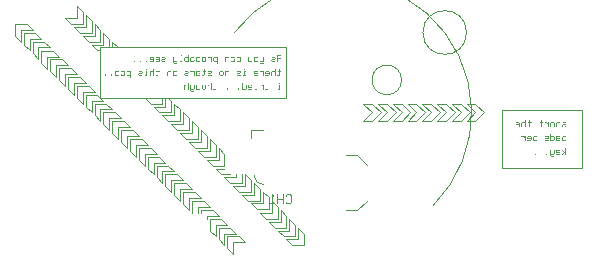
<source format=gbr>
%TF.GenerationSoftware,KiCad,Pcbnew,9.0.6*%
%TF.CreationDate,2026-01-11T15:28:45-08:00*%
%TF.ProjectId,pcb,7063622e-6b69-4636-9164-5f7063625858,rev?*%
%TF.SameCoordinates,Original*%
%TF.FileFunction,Legend,Bot*%
%TF.FilePolarity,Positive*%
%FSLAX46Y46*%
G04 Gerber Fmt 4.6, Leading zero omitted, Abs format (unit mm)*
G04 Created by KiCad (PCBNEW 9.0.6) date 2026-01-11 15:28:45*
%MOMM*%
%LPD*%
G01*
G04 APERTURE LIST*
%ADD10C,0.100000*%
%ADD11C,0.150000*%
%ADD12C,0.120000*%
G04 APERTURE END LIST*
D10*
X154750000Y-100000000D02*
X154000000Y-100750000D01*
X135750000Y-105750000D02*
X136750000Y-105750000D01*
X135250000Y-104250000D02*
X134750000Y-103750000D01*
X145000000Y-109250000D02*
X144000000Y-109250000D01*
X136750000Y-105750000D02*
X136250000Y-105250000D01*
X144250000Y-108500000D02*
X143250000Y-108500000D01*
X158500000Y-100000000D02*
X157750000Y-99250000D01*
X128500000Y-91750000D02*
X128500000Y-92750000D01*
X137500000Y-100750000D02*
X137500000Y-101750000D01*
X131500000Y-102500000D02*
X132000000Y-103000000D01*
X130000000Y-94250000D02*
X129000000Y-94250000D01*
X133000000Y-104000000D02*
X133500000Y-104500000D01*
X126250000Y-96250000D02*
X126250000Y-97250000D01*
X143250000Y-106500000D02*
X142750000Y-106000000D01*
X138500000Y-103750000D02*
X139500000Y-103750000D01*
X139750000Y-108750000D02*
X139250000Y-108250000D01*
X137000000Y-106000000D02*
X136000000Y-106000000D01*
X132000000Y-102000000D02*
X133000000Y-102000000D01*
X132500000Y-101500000D02*
X131500000Y-101500000D01*
X133500000Y-98750000D02*
X134000000Y-99250000D01*
X128250000Y-99250000D02*
X128250000Y-98250000D01*
X139000000Y-108000000D02*
X138500000Y-107500000D01*
X162250000Y-100000000D02*
X161500000Y-99250000D01*
X159500000Y-100750000D02*
X160250000Y-100000000D01*
X142000000Y-111000000D02*
X141500000Y-110500000D01*
X160750000Y-100750000D02*
X161500000Y-100000000D01*
X159750000Y-100000000D02*
X159000000Y-100750000D01*
X138250000Y-102500000D02*
X137250000Y-102500000D01*
X129500000Y-94750000D02*
X129750000Y-94750000D01*
X125500000Y-95500000D02*
X125500000Y-96500000D01*
X138750000Y-102000000D02*
X138250000Y-101500000D01*
X144000000Y-109250000D02*
X144500000Y-109750000D01*
X128250000Y-98250000D02*
X129250000Y-98250000D01*
X132750000Y-102750000D02*
X133750000Y-102750000D01*
X139750000Y-110750000D02*
X140250000Y-111250000D01*
X155250000Y-97250000D02*
G75*
G02*
X152750000Y-97250000I-1250000J0D01*
G01*
X152750000Y-97250000D02*
G75*
G02*
X155250000Y-97250000I1250000J0D01*
G01*
X126750000Y-97750000D02*
X126750000Y-96750000D01*
X155250000Y-100750000D02*
X154500000Y-100750000D01*
X127750000Y-98750000D02*
X128250000Y-99250000D01*
X144000000Y-107195000D02*
X143500000Y-106695000D01*
X127500000Y-98500000D02*
X127500000Y-97500000D01*
X132250000Y-103250000D02*
X132750000Y-103750000D01*
X135500000Y-104500000D02*
X134500000Y-104500000D01*
X137000000Y-102250000D02*
X138000000Y-102250000D01*
X130500000Y-94500000D02*
X130500000Y-93750000D01*
X138000000Y-108500000D02*
X138000000Y-108000000D01*
X141115168Y-93213265D02*
G75*
G02*
X157905695Y-107905695I8884832J-6786735D01*
G01*
X131750000Y-100750000D02*
X130750000Y-100750000D01*
X144750000Y-108000000D02*
X144250000Y-107500000D01*
X136000000Y-106000000D02*
X136000000Y-107000000D01*
X134250000Y-99500000D02*
X134750000Y-100000000D01*
X128750000Y-94000000D02*
X129750000Y-94000000D01*
X129000000Y-94250000D02*
X129500000Y-94750000D01*
X139000000Y-110000000D02*
X139500000Y-110500000D01*
X130000000Y-101000000D02*
X130500000Y-101500000D01*
X128250000Y-92500000D02*
X128250000Y-91500000D01*
X140500000Y-111500000D02*
X141000000Y-112000000D01*
X156000000Y-100000000D02*
X155250000Y-100750000D01*
X136000000Y-100250000D02*
X135000000Y-100250000D01*
X153250000Y-99250000D02*
X154000000Y-99250000D01*
X143500000Y-107695000D02*
X142500000Y-107695000D01*
X133750000Y-102750000D02*
X133250000Y-102250000D01*
X123250000Y-94250000D02*
X123750000Y-94750000D01*
X139000000Y-103250000D02*
X138000000Y-103250000D01*
X154000000Y-100750000D02*
X153250000Y-100750000D01*
X142750000Y-106000000D02*
X142750000Y-107000000D01*
X131000000Y-100000000D02*
X130000000Y-100000000D01*
X138250000Y-107250000D02*
X137750000Y-106750000D01*
X135000000Y-100250000D02*
X135500000Y-100750000D01*
X123000000Y-94000000D02*
X123000000Y-93000000D01*
X128500000Y-99500000D02*
X129000000Y-100000000D01*
X163750000Y-99775000D02*
X170500000Y-99775000D01*
X170500000Y-104725000D01*
X163750000Y-104725000D01*
X163750000Y-99775000D01*
X127250000Y-92500000D02*
X128250000Y-92500000D01*
X134750000Y-103750000D02*
X133750000Y-103750000D01*
X135250000Y-99500000D02*
X134250000Y-99500000D01*
X129750000Y-94500000D02*
X145500000Y-94500000D01*
X145500000Y-98750000D01*
X129750000Y-98750000D01*
X129750000Y-94500000D01*
X139750000Y-104000000D02*
X138750000Y-104000000D01*
X146000000Y-111250000D02*
X147000000Y-111250000D01*
X135250000Y-105250000D02*
X135250000Y-106250000D01*
X141250000Y-105250000D02*
X141250000Y-105500000D01*
X130750000Y-94000000D02*
X130750000Y-94500000D01*
X127750000Y-97750000D02*
X127750000Y-98750000D01*
X143000000Y-108195000D02*
X144000000Y-108195000D01*
X156500000Y-100750000D02*
X155750000Y-100750000D01*
X139000000Y-102250000D02*
X139000000Y-103250000D01*
X140250000Y-104500000D02*
X140250000Y-103500000D01*
X145500000Y-108750000D02*
X145000000Y-108250000D01*
X145750000Y-110000000D02*
X144750000Y-110000000D01*
X137250000Y-102500000D02*
X137750000Y-103000000D01*
X138750000Y-103000000D02*
X138750000Y-102000000D01*
X144500000Y-109750000D02*
X145500000Y-109750000D01*
X139500000Y-109500000D02*
X140500000Y-109500000D01*
X138000000Y-102250000D02*
X138000000Y-101250000D01*
X130500000Y-93750000D02*
X130000000Y-93250000D01*
X124250000Y-93250000D02*
X123250000Y-93250000D01*
X130000000Y-100000000D02*
X130000000Y-101000000D01*
X126250000Y-95305000D02*
X125750000Y-94805000D01*
X132000000Y-103000000D02*
X132000000Y-102000000D01*
X139500000Y-103750000D02*
X139500000Y-102750000D01*
X136750000Y-101000000D02*
X135750000Y-101000000D01*
X134250000Y-105250000D02*
X134250000Y-104250000D01*
X123500000Y-92500000D02*
X122500000Y-92500000D01*
X133750000Y-104750000D02*
X134250000Y-105250000D01*
X155750000Y-99250000D02*
X156500000Y-99250000D01*
X145500000Y-109750000D02*
X145500000Y-108750000D01*
X134500000Y-98750000D02*
X133500000Y-98750000D01*
X145500000Y-110750000D02*
X146000000Y-111250000D01*
X122500000Y-92500000D02*
X122500000Y-93500000D01*
X127750000Y-91000000D02*
X127750000Y-92000000D01*
X137250000Y-107250000D02*
X138250000Y-107250000D01*
X161000000Y-100000000D02*
X160250000Y-99250000D01*
X129250000Y-93500000D02*
X128250000Y-93500000D01*
X132250000Y-102250000D02*
X132250000Y-103250000D01*
X140500000Y-110500000D02*
X140500000Y-111500000D01*
X126000000Y-97000000D02*
X126000000Y-96000000D01*
X134000000Y-99250000D02*
X135000000Y-99250000D01*
X141750000Y-107000000D02*
X142250000Y-107500000D01*
X138000000Y-101250000D02*
X137500000Y-100750000D01*
X136500000Y-101750000D02*
X137000000Y-102250000D01*
X145000000Y-108250000D02*
X145000000Y-109250000D01*
X130750000Y-99750000D02*
X130250000Y-99250000D01*
X154500000Y-99250000D02*
X155250000Y-99250000D01*
X144250000Y-107500000D02*
X144250000Y-108500000D01*
X125500000Y-94500000D02*
X125000000Y-94000000D01*
X124500000Y-95500000D02*
X124500000Y-94500000D01*
X128000000Y-97000000D02*
X127000000Y-97000000D01*
X134500000Y-103500000D02*
X134000000Y-103000000D01*
X137500000Y-101750000D02*
X136500000Y-101750000D01*
X128250000Y-91500000D02*
X127750000Y-91000000D01*
X125250000Y-96305000D02*
X125250000Y-95305000D01*
X152000000Y-99250000D02*
X152750000Y-99250000D01*
X136250000Y-101500000D02*
X137250000Y-101500000D01*
X129000000Y-93250000D02*
X129000000Y-92250000D01*
X140250000Y-110250000D02*
X141250000Y-110250000D01*
X129250000Y-92500000D02*
X129250000Y-93500000D01*
X128500000Y-97500000D02*
X128000000Y-97000000D01*
X135250000Y-98750000D02*
X135250000Y-99500000D01*
X140000000Y-105250000D02*
X140750000Y-105250000D01*
X141000000Y-112000000D02*
X141000000Y-111000000D01*
X137250000Y-108250000D02*
X137250000Y-107250000D01*
X157000000Y-99250000D02*
X157750000Y-100000000D01*
X124750000Y-94805000D02*
X124750000Y-95805000D01*
X160750000Y-93233275D02*
G75*
G02*
X157050160Y-93233275I-1849920J0D01*
G01*
X157050160Y-93233275D02*
G75*
G02*
X160750000Y-93233275I1849920J0D01*
G01*
X128750000Y-97750000D02*
X127750000Y-97750000D01*
X140000000Y-109000000D02*
X139000000Y-109000000D01*
X130750000Y-100750000D02*
X130750000Y-101750000D01*
X124000000Y-94000000D02*
X124000000Y-95000000D01*
X123250000Y-93250000D02*
X123250000Y-94250000D01*
X142500000Y-105750000D02*
X142000000Y-105250000D01*
X140500000Y-109500000D02*
X140000000Y-109000000D01*
X128500000Y-98500000D02*
X128500000Y-99500000D01*
X135500000Y-100750000D02*
X136500000Y-100750000D01*
X131250000Y-94500000D02*
X130750000Y-94000000D01*
X123000000Y-93000000D02*
X124000000Y-93000000D01*
X155750000Y-100750000D02*
X156500000Y-100000000D01*
X144750000Y-110000000D02*
X145250000Y-110500000D01*
X159750000Y-100000000D02*
X159000000Y-99250000D01*
X140750000Y-109750000D02*
X139750000Y-109750000D01*
X146250000Y-110500000D02*
X146250000Y-109500000D01*
X152000000Y-99250000D02*
X152750000Y-100000000D01*
X138750000Y-109000000D02*
X138750000Y-108750000D01*
X137750000Y-106750000D02*
X136750000Y-106750000D01*
X142750000Y-107000000D02*
X141750000Y-107000000D01*
X158500000Y-100000000D02*
X157750000Y-100750000D01*
X141500000Y-110500000D02*
X140500000Y-110500000D01*
X124750000Y-93750000D02*
X124250000Y-93250000D01*
X136000000Y-105000000D02*
X135500000Y-104500000D01*
X153250000Y-100750000D02*
X154000000Y-100000000D01*
X142500000Y-106750000D02*
X142500000Y-105750000D01*
X139000000Y-109000000D02*
X139000000Y-110000000D01*
X129750000Y-100750000D02*
X129750000Y-99750000D01*
X138250000Y-101500000D02*
X138250000Y-102500000D01*
X123750000Y-94750000D02*
X123750000Y-93750000D01*
X134000000Y-103000000D02*
X133000000Y-103000000D01*
X140750000Y-106000000D02*
X141750000Y-106000000D01*
X138750000Y-108750000D02*
X139750000Y-108750000D01*
X134500000Y-104500000D02*
X134500000Y-105500000D01*
X141750000Y-106000000D02*
X141750000Y-105250000D01*
X136000000Y-107000000D02*
X136500000Y-107500000D01*
X135750000Y-106750000D02*
X135750000Y-105750000D01*
X154500000Y-99250000D02*
X155250000Y-100000000D01*
X153500000Y-100000000D02*
X152750000Y-99250000D01*
X136500000Y-106500000D02*
X137500000Y-106500000D01*
X153500000Y-100000000D02*
X152750000Y-100750000D01*
X133000000Y-103000000D02*
X133000000Y-104000000D01*
X138750000Y-104000000D02*
X139250000Y-104500000D01*
X124500000Y-94500000D02*
X125500000Y-94500000D01*
X161000000Y-100000000D02*
X160250000Y-100750000D01*
X129250000Y-98250000D02*
X128750000Y-97750000D01*
X152000000Y-100750000D02*
X152750000Y-100000000D01*
X128500000Y-92750000D02*
X127500000Y-92750000D01*
X134250000Y-104250000D02*
X135250000Y-104250000D01*
X152750000Y-100750000D02*
X152000000Y-100750000D01*
X137250000Y-101500000D02*
X137250000Y-100500000D01*
X124000000Y-93000000D02*
X123500000Y-92500000D01*
X142500000Y-107695000D02*
X143000000Y-108195000D01*
X140250000Y-105500000D02*
X140750000Y-106000000D01*
X132750000Y-103750000D02*
X132750000Y-102750000D01*
X133500000Y-103500000D02*
X134500000Y-103500000D01*
X137500000Y-107500000D02*
X137500000Y-108500000D01*
X137750000Y-103000000D02*
X138750000Y-103000000D01*
X157250000Y-100000000D02*
X156500000Y-99250000D01*
X126750000Y-96750000D02*
X127750000Y-96750000D01*
X129000000Y-100000000D02*
X129000000Y-99000000D01*
X159000000Y-100750000D02*
X158250000Y-100750000D01*
X129750000Y-93000000D02*
X129250000Y-92500000D01*
X146250000Y-109500000D02*
X145750000Y-109000000D01*
X127000000Y-98000000D02*
X127500000Y-98500000D01*
X139250000Y-108250000D02*
X138250000Y-108250000D01*
X136500000Y-107500000D02*
X136500000Y-106500000D01*
X147000000Y-110250000D02*
X146500000Y-109750000D01*
X146500000Y-109750000D02*
X146500000Y-110750000D01*
X129000000Y-99000000D02*
X130000000Y-99000000D01*
X139500000Y-102750000D02*
X139000000Y-102250000D01*
X155750000Y-99250000D02*
X156500000Y-100000000D01*
X157000000Y-99250000D02*
X157750000Y-99250000D01*
X125500000Y-96500000D02*
X126000000Y-97000000D01*
X130000000Y-93250000D02*
X130000000Y-94250000D01*
X135750000Y-101000000D02*
X136250000Y-101500000D01*
X125000000Y-94000000D02*
X124000000Y-94000000D01*
X131500000Y-100500000D02*
X131000000Y-100000000D01*
X147000000Y-111250000D02*
X147000000Y-110250000D01*
X153250000Y-99250000D02*
X154000000Y-100000000D01*
X157000000Y-100750000D02*
X157750000Y-100000000D01*
X127000000Y-96000000D02*
X126500000Y-95500000D01*
X145250000Y-110500000D02*
X146250000Y-110500000D01*
X154500000Y-100750000D02*
X155250000Y-100000000D01*
X141250000Y-105500000D02*
X140250000Y-105500000D01*
X124750000Y-95805000D02*
X125250000Y-96305000D01*
X129750000Y-94000000D02*
X129750000Y-93000000D01*
X135250000Y-106250000D02*
X135750000Y-106750000D01*
X143250000Y-108500000D02*
X143750000Y-109000000D01*
X129250000Y-99250000D02*
X129250000Y-100250000D01*
X126000000Y-96000000D02*
X127000000Y-96000000D01*
X136750000Y-107750000D02*
X137250000Y-108250000D01*
X123750000Y-93750000D02*
X124750000Y-93750000D01*
X160250000Y-100750000D02*
X159500000Y-100750000D01*
X139500000Y-110500000D02*
X139500000Y-109500000D01*
X142250000Y-107500000D02*
X143250000Y-107500000D01*
X128000000Y-93250000D02*
X129000000Y-93250000D01*
X156000000Y-100000000D02*
X155250000Y-99250000D01*
X135000000Y-105000000D02*
X136000000Y-105000000D01*
X136000000Y-99250000D02*
X136000000Y-100250000D01*
X141000000Y-106250000D02*
X141500000Y-106750000D01*
X124000000Y-95000000D02*
X124500000Y-95500000D01*
X129750000Y-99750000D02*
X130750000Y-99750000D01*
X136250000Y-105250000D02*
X135250000Y-105250000D01*
X139500000Y-104750000D02*
X140000000Y-105250000D01*
X161500000Y-100750000D02*
X160750000Y-100750000D01*
X159500000Y-99250000D02*
X160250000Y-100000000D01*
X125250000Y-95305000D02*
X126250000Y-95305000D01*
X139250000Y-104500000D02*
X140250000Y-104500000D01*
X136750000Y-106750000D02*
X136750000Y-107750000D01*
X127000000Y-97000000D02*
X127000000Y-98000000D01*
X130750000Y-101750000D02*
X131250000Y-102250000D01*
X126500000Y-95500000D02*
X125500000Y-95500000D01*
X136750000Y-100000000D02*
X136750000Y-101000000D01*
X157750000Y-100750000D02*
X157000000Y-100750000D01*
X128250000Y-93500000D02*
X128750000Y-94000000D01*
X159500000Y-99250000D02*
X160250000Y-99250000D01*
X137250000Y-100500000D02*
X136750000Y-100000000D01*
X143750000Y-109000000D02*
X144750000Y-109000000D01*
X135750000Y-100000000D02*
X135750000Y-99000000D01*
X133000000Y-102000000D02*
X132500000Y-101500000D01*
X126750000Y-92000000D02*
X127250000Y-92500000D01*
X133500000Y-104500000D02*
X133500000Y-103500000D01*
X162250000Y-100000000D02*
X161500000Y-100750000D01*
X130250000Y-99250000D02*
X129250000Y-99250000D01*
X133750000Y-103750000D02*
X133750000Y-104750000D01*
X144000000Y-108195000D02*
X144000000Y-107195000D01*
X135000000Y-99250000D02*
X135000000Y-98750000D01*
X125750000Y-94805000D02*
X124750000Y-94805000D01*
X134750000Y-100000000D02*
X135750000Y-100000000D01*
X131250000Y-101250000D02*
X132250000Y-101250000D01*
X130500000Y-101500000D02*
X130500000Y-100500000D01*
X143250000Y-107500000D02*
X143250000Y-106500000D01*
X141500000Y-106750000D02*
X142500000Y-106750000D01*
X129500000Y-98500000D02*
X128500000Y-98500000D01*
X146500000Y-110750000D02*
X145500000Y-110750000D01*
X144750000Y-109000000D02*
X144750000Y-108000000D01*
X139750000Y-103000000D02*
X139750000Y-104000000D01*
X154750000Y-100000000D02*
X154000000Y-99250000D01*
X127750000Y-96750000D02*
X127250000Y-96250000D01*
X145750000Y-109000000D02*
X145750000Y-110000000D01*
X140250000Y-103500000D02*
X139750000Y-103000000D01*
X135750000Y-99000000D02*
X135500000Y-98750000D01*
X160750000Y-99250000D02*
X161500000Y-99250000D01*
X135000000Y-106000000D02*
X135000000Y-105000000D01*
X158250000Y-99250000D02*
X159000000Y-99250000D01*
X141250000Y-110250000D02*
X140750000Y-109750000D01*
X129250000Y-100250000D02*
X129750000Y-100750000D01*
X158250000Y-99250000D02*
X159000000Y-100000000D01*
X137500000Y-108500000D02*
X137500000Y-108500000D01*
X129000000Y-92250000D02*
X128500000Y-91750000D01*
X133250000Y-102250000D02*
X132250000Y-102250000D01*
X138250000Y-108250000D02*
X138250000Y-108500000D01*
X142000000Y-105250000D02*
X142000000Y-106250000D01*
X140250000Y-111250000D02*
X140250000Y-110250000D01*
X131500000Y-101500000D02*
X131500000Y-102500000D01*
X139750000Y-109750000D02*
X139750000Y-110750000D01*
X122500000Y-93500000D02*
X123000000Y-94000000D01*
X127750000Y-92000000D02*
X126750000Y-92000000D01*
X126250000Y-97250000D02*
X126750000Y-97750000D01*
X142000000Y-106250000D02*
X141000000Y-106250000D01*
X130000000Y-99000000D02*
X129500000Y-98500000D01*
X160750000Y-99250000D02*
X161500000Y-100000000D01*
X158250000Y-100750000D02*
X159000000Y-100000000D01*
X130500000Y-100500000D02*
X131500000Y-100500000D01*
X138500000Y-107500000D02*
X137500000Y-107500000D01*
X132250000Y-101250000D02*
X131750000Y-100750000D01*
X127500000Y-92750000D02*
X128000000Y-93250000D01*
X136500000Y-100750000D02*
X136500000Y-99750000D01*
X143500000Y-106695000D02*
X143500000Y-107695000D01*
X136500000Y-99750000D02*
X136000000Y-99250000D01*
X131250000Y-102250000D02*
X131250000Y-101250000D01*
X138000000Y-103250000D02*
X138500000Y-103750000D01*
X141000000Y-111000000D02*
X142000000Y-111000000D01*
X134500000Y-105500000D02*
X135000000Y-106000000D01*
X138000000Y-108000000D02*
X139000000Y-108000000D01*
X127250000Y-96250000D02*
X126250000Y-96250000D01*
X157250000Y-100000000D02*
X156500000Y-100750000D01*
X127500000Y-97500000D02*
X128500000Y-97500000D01*
X137500000Y-106500000D02*
X137000000Y-106000000D01*
X140250000Y-104750000D02*
X139500000Y-104750000D01*
G36*
X169128098Y-100860465D02*
G01*
X169128098Y-100830374D01*
X168883440Y-100830374D01*
X168883440Y-100860465D01*
X168851810Y-100860465D01*
X168851810Y-100890556D01*
X168820523Y-100890556D01*
X168820523Y-100920646D01*
X168913531Y-100920646D01*
X168913531Y-100891111D01*
X169096810Y-100891111D01*
X169096810Y-100920646D01*
X169128098Y-100920646D01*
X169128098Y-100982025D01*
X169096810Y-100982025D01*
X169096810Y-101015834D01*
X168883440Y-101015834D01*
X168883440Y-101046480D01*
X168851810Y-101046480D01*
X168851810Y-101073836D01*
X168820523Y-101073836D01*
X168820523Y-101196934D01*
X168851810Y-101196934D01*
X168851810Y-101229760D01*
X168883440Y-101229760D01*
X168883440Y-101259851D01*
X169128098Y-101259851D01*
X169128098Y-101229760D01*
X169159727Y-101229760D01*
X169159727Y-101196934D01*
X169189818Y-101196934D01*
X169189818Y-101166843D01*
X169096810Y-101166843D01*
X169096810Y-101199114D01*
X168913531Y-101199114D01*
X168913531Y-101166843D01*
X168882243Y-101166843D01*
X168882243Y-101104525D01*
X168913531Y-101104525D01*
X168913531Y-101073836D01*
X169128098Y-101073836D01*
X169128098Y-101043745D01*
X169159727Y-101043745D01*
X169159727Y-101013654D01*
X169189818Y-101013654D01*
X169189818Y-100890556D01*
X169159727Y-100890556D01*
X169159727Y-100860465D01*
X169128098Y-100860465D01*
G37*
G36*
X168700160Y-101259851D02*
G01*
X168700160Y-100647094D01*
X168638440Y-100647094D01*
X168638440Y-100830374D01*
X168392841Y-100830374D01*
X168392841Y-100860721D01*
X168362922Y-100860721D01*
X168362922Y-100890556D01*
X168332062Y-100890556D01*
X168332062Y-101259851D01*
X168392841Y-101259851D01*
X168392841Y-100921971D01*
X168423317Y-100921971D01*
X168423317Y-100891111D01*
X168638440Y-100891111D01*
X168638440Y-101259851D01*
X168700160Y-101259851D01*
G37*
G36*
X168148782Y-100860465D02*
G01*
X168180411Y-100860465D01*
X168180411Y-100890556D01*
X168210502Y-100890556D01*
X168210502Y-101196934D01*
X168180411Y-101196934D01*
X168180411Y-101227025D01*
X168148782Y-101227025D01*
X168148782Y-101259851D01*
X167904124Y-101259851D01*
X167904124Y-101227025D01*
X167874033Y-101227025D01*
X167874033Y-101196934D01*
X167842404Y-101196934D01*
X167842404Y-100921843D01*
X167904124Y-100921843D01*
X167904124Y-101166544D01*
X167934471Y-101166544D01*
X167934471Y-101199114D01*
X168118435Y-101199114D01*
X168118435Y-101166544D01*
X168148782Y-101166544D01*
X168148782Y-100921843D01*
X168118435Y-100921843D01*
X168118435Y-100891111D01*
X167934471Y-100891111D01*
X167934471Y-100921843D01*
X167904124Y-100921843D01*
X167842404Y-100921843D01*
X167842404Y-100890556D01*
X167874033Y-100890556D01*
X167874033Y-100860465D01*
X167904124Y-100860465D01*
X167904124Y-100830374D01*
X168148782Y-100830374D01*
X168148782Y-100860465D01*
G37*
G36*
X167720844Y-101259851D02*
G01*
X167720844Y-100830374D01*
X167659124Y-100830374D01*
X167659124Y-100890556D01*
X167628435Y-100890556D01*
X167628435Y-100860465D01*
X167596805Y-100860465D01*
X167596805Y-100830374D01*
X167351549Y-100830374D01*
X167351549Y-100891111D01*
X167566372Y-100891111D01*
X167566372Y-100922484D01*
X167596805Y-100922484D01*
X167596805Y-100953473D01*
X167628435Y-100953473D01*
X167628435Y-100983563D01*
X167659124Y-100983563D01*
X167659124Y-101259851D01*
X167720844Y-101259851D01*
G37*
G36*
X167108087Y-100830374D02*
G01*
X167108087Y-100647094D01*
X167046367Y-100647094D01*
X167046367Y-100830374D01*
X166924808Y-100830374D01*
X166924808Y-100891111D01*
X167046367Y-100891111D01*
X167046367Y-101169066D01*
X167015293Y-101169066D01*
X167015293Y-101199114D01*
X166861891Y-101199114D01*
X166861891Y-101259851D01*
X167045170Y-101259851D01*
X167045170Y-101228991D01*
X167077227Y-101228991D01*
X167077227Y-101199669D01*
X167108087Y-101199669D01*
X167108087Y-100891111D01*
X167231186Y-100891111D01*
X167231186Y-100830374D01*
X167108087Y-100830374D01*
G37*
G36*
X166128771Y-100830374D02*
G01*
X166128771Y-100647094D01*
X166067051Y-100647094D01*
X166067051Y-100830374D01*
X165945491Y-100830374D01*
X165945491Y-100891111D01*
X166067051Y-100891111D01*
X166067051Y-101169066D01*
X166035977Y-101169066D01*
X166035977Y-101199114D01*
X165882575Y-101199114D01*
X165882575Y-101259851D01*
X166065854Y-101259851D01*
X166065854Y-101228991D01*
X166097911Y-101228991D01*
X166097911Y-101199669D01*
X166128771Y-101199669D01*
X166128771Y-100891111D01*
X166251870Y-100891111D01*
X166251870Y-100830374D01*
X166128771Y-100830374D01*
G37*
G36*
X165762212Y-101259851D02*
G01*
X165762212Y-100647094D01*
X165700491Y-100647094D01*
X165700491Y-100830374D01*
X165454893Y-100830374D01*
X165454893Y-100860721D01*
X165424973Y-100860721D01*
X165424973Y-100890556D01*
X165394113Y-100890556D01*
X165394113Y-101259851D01*
X165454893Y-101259851D01*
X165454893Y-100921971D01*
X165485368Y-100921971D01*
X165485368Y-100891111D01*
X165700491Y-100891111D01*
X165700491Y-101259851D01*
X165762212Y-101259851D01*
G37*
G36*
X165210833Y-100861021D02*
G01*
X165242463Y-100861021D01*
X165242463Y-100890556D01*
X165272554Y-100890556D01*
X165272554Y-101196934D01*
X165242463Y-101196934D01*
X165242463Y-101227580D01*
X165210833Y-101227580D01*
X165210833Y-101259851D01*
X164936085Y-101259851D01*
X164936085Y-101227580D01*
X164904455Y-101227580D01*
X164904455Y-101166843D01*
X164966175Y-101166843D01*
X164966175Y-101199114D01*
X165180486Y-101199114D01*
X165180486Y-101166843D01*
X165210833Y-101166843D01*
X165210833Y-101076571D01*
X164904455Y-101076571D01*
X164904455Y-100922356D01*
X164966175Y-100922356D01*
X164966175Y-101015834D01*
X165210833Y-101015834D01*
X165210833Y-100922356D01*
X165180486Y-100922356D01*
X165180486Y-100891111D01*
X164996523Y-100891111D01*
X164996523Y-100922356D01*
X164966175Y-100922356D01*
X164904455Y-100922356D01*
X164904455Y-100890556D01*
X164936085Y-100890556D01*
X164936085Y-100861021D01*
X164966175Y-100861021D01*
X164966175Y-100830374D01*
X165210833Y-100830374D01*
X165210833Y-100861021D01*
G37*
G36*
X169189818Y-102589040D02*
G01*
X169128098Y-102589040D01*
X169128098Y-102435851D01*
X168882500Y-102435851D01*
X168882500Y-102405760D01*
X168852580Y-102405760D01*
X168852580Y-102375114D01*
X168821720Y-102375114D01*
X168821720Y-102100536D01*
X168882500Y-102100536D01*
X168882500Y-102344809D01*
X168912975Y-102344809D01*
X168912975Y-102375114D01*
X169128098Y-102375114D01*
X169128098Y-102067111D01*
X168912975Y-102067111D01*
X168912975Y-102100536D01*
X168882500Y-102100536D01*
X168821720Y-102100536D01*
X168821720Y-102069291D01*
X168852580Y-102069291D01*
X168852580Y-102039200D01*
X168882500Y-102039200D01*
X168882500Y-102006374D01*
X169189818Y-102006374D01*
X169189818Y-102589040D01*
G37*
G36*
X168670069Y-102067111D02*
G01*
X168424129Y-102067111D01*
X168424129Y-102098570D01*
X168393782Y-102098570D01*
X168393782Y-102159563D01*
X168638440Y-102159563D01*
X168638440Y-102189654D01*
X168670069Y-102189654D01*
X168670069Y-102222480D01*
X168700160Y-102222480D01*
X168700160Y-102375114D01*
X168670069Y-102375114D01*
X168670069Y-102403025D01*
X168638440Y-102403025D01*
X168638440Y-102435851D01*
X168332062Y-102435851D01*
X168332062Y-102375114D01*
X168393782Y-102375114D01*
X168608093Y-102375114D01*
X168608093Y-102344767D01*
X168638440Y-102344767D01*
X168638440Y-102252785D01*
X168608093Y-102252785D01*
X168608093Y-102220300D01*
X168393782Y-102220300D01*
X168393782Y-102375114D01*
X168332062Y-102375114D01*
X168332062Y-102067111D01*
X168363392Y-102067111D01*
X168363392Y-102036721D01*
X168393782Y-102036721D01*
X168393782Y-102006374D01*
X168670069Y-102006374D01*
X168670069Y-102067111D01*
G37*
G36*
X167904124Y-102006374D02*
G01*
X168148782Y-102006374D01*
X168148782Y-102036465D01*
X168179172Y-102036465D01*
X168179172Y-102066556D01*
X168210502Y-102066556D01*
X168210502Y-102372934D01*
X168179172Y-102372934D01*
X168179172Y-102403025D01*
X168148782Y-102403025D01*
X168148782Y-102435851D01*
X167842404Y-102435851D01*
X167842404Y-102375114D01*
X167904124Y-102375114D01*
X168118435Y-102375114D01*
X168118435Y-102342544D01*
X168148782Y-102342544D01*
X168148782Y-102097843D01*
X168118435Y-102097843D01*
X168118435Y-102067111D01*
X167904124Y-102067111D01*
X167904124Y-102375114D01*
X167842404Y-102375114D01*
X167842404Y-101823094D01*
X167904124Y-101823094D01*
X167904124Y-102006374D01*
G37*
G36*
X167659124Y-102036465D02*
G01*
X167659124Y-102006374D01*
X167414466Y-102006374D01*
X167414466Y-102036465D01*
X167382836Y-102036465D01*
X167382836Y-102066556D01*
X167351549Y-102066556D01*
X167351549Y-102096646D01*
X167444556Y-102096646D01*
X167444556Y-102067111D01*
X167627836Y-102067111D01*
X167627836Y-102096646D01*
X167659124Y-102096646D01*
X167659124Y-102158025D01*
X167627836Y-102158025D01*
X167627836Y-102191834D01*
X167414466Y-102191834D01*
X167414466Y-102222480D01*
X167382836Y-102222480D01*
X167382836Y-102249836D01*
X167351549Y-102249836D01*
X167351549Y-102372934D01*
X167382836Y-102372934D01*
X167382836Y-102405760D01*
X167414466Y-102405760D01*
X167414466Y-102435851D01*
X167659124Y-102435851D01*
X167659124Y-102405760D01*
X167690753Y-102405760D01*
X167690753Y-102372934D01*
X167720844Y-102372934D01*
X167720844Y-102342843D01*
X167627836Y-102342843D01*
X167627836Y-102375114D01*
X167444556Y-102375114D01*
X167444556Y-102342843D01*
X167413269Y-102342843D01*
X167413269Y-102280525D01*
X167444556Y-102280525D01*
X167444556Y-102249836D01*
X167659124Y-102249836D01*
X167659124Y-102219745D01*
X167690753Y-102219745D01*
X167690753Y-102189654D01*
X167720844Y-102189654D01*
X167720844Y-102066556D01*
X167690753Y-102066556D01*
X167690753Y-102036465D01*
X167659124Y-102036465D01*
G37*
G36*
X166741528Y-102589040D02*
G01*
X166679808Y-102589040D01*
X166679808Y-102435851D01*
X166434209Y-102435851D01*
X166434209Y-102405760D01*
X166404289Y-102405760D01*
X166404289Y-102375114D01*
X166373429Y-102375114D01*
X166373429Y-102100536D01*
X166434209Y-102100536D01*
X166434209Y-102344809D01*
X166464685Y-102344809D01*
X166464685Y-102375114D01*
X166679808Y-102375114D01*
X166679808Y-102067111D01*
X166464685Y-102067111D01*
X166464685Y-102100536D01*
X166434209Y-102100536D01*
X166373429Y-102100536D01*
X166373429Y-102069291D01*
X166404289Y-102069291D01*
X166404289Y-102039200D01*
X166434209Y-102039200D01*
X166434209Y-102006374D01*
X166741528Y-102006374D01*
X166741528Y-102589040D01*
G37*
G36*
X166190150Y-102037021D02*
G01*
X166221779Y-102037021D01*
X166221779Y-102066556D01*
X166251870Y-102066556D01*
X166251870Y-102372934D01*
X166221779Y-102372934D01*
X166221779Y-102403580D01*
X166190150Y-102403580D01*
X166190150Y-102435851D01*
X165915401Y-102435851D01*
X165915401Y-102403580D01*
X165883771Y-102403580D01*
X165883771Y-102342843D01*
X165945491Y-102342843D01*
X165945491Y-102375114D01*
X166159802Y-102375114D01*
X166159802Y-102342843D01*
X166190150Y-102342843D01*
X166190150Y-102252571D01*
X165883771Y-102252571D01*
X165883771Y-102098356D01*
X165945491Y-102098356D01*
X165945491Y-102191834D01*
X166190150Y-102191834D01*
X166190150Y-102098356D01*
X166159802Y-102098356D01*
X166159802Y-102067111D01*
X165975839Y-102067111D01*
X165975839Y-102098356D01*
X165945491Y-102098356D01*
X165883771Y-102098356D01*
X165883771Y-102066556D01*
X165915401Y-102066556D01*
X165915401Y-102037021D01*
X165945491Y-102037021D01*
X165945491Y-102006374D01*
X166190150Y-102006374D01*
X166190150Y-102037021D01*
G37*
G36*
X165762212Y-102435851D02*
G01*
X165762212Y-102006374D01*
X165700491Y-102006374D01*
X165700491Y-102066556D01*
X165669802Y-102066556D01*
X165669802Y-102036465D01*
X165638173Y-102036465D01*
X165638173Y-102006374D01*
X165392916Y-102006374D01*
X165392916Y-102067111D01*
X165607740Y-102067111D01*
X165607740Y-102098484D01*
X165638173Y-102098484D01*
X165638173Y-102129473D01*
X165669802Y-102129473D01*
X165669802Y-102159563D01*
X165700491Y-102159563D01*
X165700491Y-102435851D01*
X165762212Y-102435851D01*
G37*
G36*
X169156992Y-103611851D02*
G01*
X169156992Y-102999094D01*
X169095272Y-102999094D01*
X169095272Y-103367834D01*
X169063984Y-103367834D01*
X169063984Y-103335563D01*
X169033893Y-103335563D01*
X169033893Y-103305473D01*
X169003803Y-103305473D01*
X169003803Y-103275382D01*
X168973712Y-103275382D01*
X168973712Y-103242556D01*
X168943621Y-103242556D01*
X168943621Y-103212465D01*
X168910795Y-103212465D01*
X168910795Y-103182374D01*
X168820523Y-103182374D01*
X168820523Y-103212465D01*
X168850614Y-103212465D01*
X168850614Y-103242556D01*
X168880704Y-103242556D01*
X168880704Y-103275382D01*
X168910795Y-103275382D01*
X168910795Y-103305473D01*
X168943621Y-103305473D01*
X168943621Y-103335563D01*
X168973712Y-103335563D01*
X168973712Y-103367834D01*
X169003803Y-103367834D01*
X169003803Y-103428571D01*
X168973712Y-103428571D01*
X168973712Y-103458662D01*
X168943621Y-103458662D01*
X168943621Y-103488752D01*
X168910795Y-103488752D01*
X168910795Y-103519313D01*
X168880704Y-103519313D01*
X168880704Y-103549703D01*
X168850614Y-103549703D01*
X168850614Y-103581760D01*
X168820523Y-103581760D01*
X168820523Y-103611851D01*
X168910795Y-103611851D01*
X168910795Y-103581760D01*
X168943621Y-103581760D01*
X168943621Y-103549703D01*
X168973712Y-103549703D01*
X168973712Y-103519313D01*
X169003803Y-103519313D01*
X169003803Y-103488752D01*
X169033893Y-103488752D01*
X169033893Y-103458662D01*
X169063984Y-103458662D01*
X169063984Y-103428571D01*
X169095272Y-103428571D01*
X169095272Y-103611851D01*
X169156992Y-103611851D01*
G37*
G36*
X168638440Y-103213021D02*
G01*
X168670069Y-103213021D01*
X168670069Y-103242556D01*
X168700160Y-103242556D01*
X168700160Y-103548934D01*
X168670069Y-103548934D01*
X168670069Y-103579580D01*
X168638440Y-103579580D01*
X168638440Y-103611851D01*
X168363691Y-103611851D01*
X168363691Y-103579580D01*
X168332062Y-103579580D01*
X168332062Y-103518843D01*
X168393782Y-103518843D01*
X168393782Y-103551114D01*
X168608093Y-103551114D01*
X168608093Y-103518843D01*
X168638440Y-103518843D01*
X168638440Y-103428571D01*
X168332062Y-103428571D01*
X168332062Y-103274356D01*
X168393782Y-103274356D01*
X168393782Y-103367834D01*
X168638440Y-103367834D01*
X168638440Y-103274356D01*
X168608093Y-103274356D01*
X168608093Y-103243111D01*
X168424129Y-103243111D01*
X168424129Y-103274356D01*
X168393782Y-103274356D01*
X168332062Y-103274356D01*
X168332062Y-103242556D01*
X168363691Y-103242556D01*
X168363691Y-103213021D01*
X168393782Y-103213021D01*
X168393782Y-103182374D01*
X168638440Y-103182374D01*
X168638440Y-103213021D01*
G37*
G36*
X168210502Y-103548934D02*
G01*
X168210502Y-103182374D01*
X168148782Y-103182374D01*
X168148782Y-103518587D01*
X168118435Y-103518587D01*
X168118435Y-103551114D01*
X167904124Y-103551114D01*
X167904124Y-103182374D01*
X167842404Y-103182374D01*
X167842404Y-103702123D01*
X167873734Y-103702123D01*
X167873734Y-103734180D01*
X167904124Y-103734180D01*
X167904124Y-103765040D01*
X168180411Y-103765040D01*
X168180411Y-103704303D01*
X167934471Y-103704303D01*
X167934471Y-103672032D01*
X167904124Y-103672032D01*
X167904124Y-103611851D01*
X168148782Y-103611851D01*
X168148782Y-103580991D01*
X168180411Y-103580991D01*
X168180411Y-103548934D01*
X168210502Y-103548934D01*
G37*
G36*
X167567655Y-103611851D02*
G01*
X167567655Y-103488752D01*
X167505935Y-103488752D01*
X167505935Y-103611851D01*
X167567655Y-103611851D01*
G37*
G36*
X167077997Y-103611851D02*
G01*
X167077997Y-103488752D01*
X167016277Y-103488752D01*
X167016277Y-103611851D01*
X167077997Y-103611851D01*
G37*
G36*
X166588339Y-103611851D02*
G01*
X166588339Y-103488752D01*
X166526618Y-103488752D01*
X166526618Y-103611851D01*
X166588339Y-103611851D01*
G37*
G36*
X145007898Y-95149454D02*
G01*
X145039527Y-95149454D01*
X145039527Y-95178776D01*
X145069618Y-95178776D01*
X145069618Y-95731351D01*
X145007898Y-95731351D01*
X145007898Y-95485710D01*
X144763240Y-95485710D01*
X144763240Y-95731351D01*
X144701520Y-95731351D01*
X144701520Y-95209337D01*
X144763240Y-95209337D01*
X144763240Y-95424973D01*
X145007898Y-95424973D01*
X145007898Y-95209337D01*
X144977551Y-95209337D01*
X144977551Y-95179331D01*
X144793587Y-95179331D01*
X144793587Y-95209337D01*
X144763240Y-95209337D01*
X144701520Y-95209337D01*
X144701520Y-95178776D01*
X144733149Y-95178776D01*
X144733149Y-95149454D01*
X144763240Y-95149454D01*
X144763240Y-95118594D01*
X145007898Y-95118594D01*
X145007898Y-95149454D01*
G37*
G36*
X144518240Y-95331965D02*
G01*
X144518240Y-95301874D01*
X144273582Y-95301874D01*
X144273582Y-95331965D01*
X144241952Y-95331965D01*
X144241952Y-95362056D01*
X144210665Y-95362056D01*
X144210665Y-95392146D01*
X144303672Y-95392146D01*
X144303672Y-95362611D01*
X144486952Y-95362611D01*
X144486952Y-95392146D01*
X144518240Y-95392146D01*
X144518240Y-95453525D01*
X144486952Y-95453525D01*
X144486952Y-95487334D01*
X144273582Y-95487334D01*
X144273582Y-95517980D01*
X144241952Y-95517980D01*
X144241952Y-95545336D01*
X144210665Y-95545336D01*
X144210665Y-95668434D01*
X144241952Y-95668434D01*
X144241952Y-95701260D01*
X144273582Y-95701260D01*
X144273582Y-95731351D01*
X144518240Y-95731351D01*
X144518240Y-95701260D01*
X144549869Y-95701260D01*
X144549869Y-95668434D01*
X144579960Y-95668434D01*
X144579960Y-95638343D01*
X144486952Y-95638343D01*
X144486952Y-95670614D01*
X144303672Y-95670614D01*
X144303672Y-95638343D01*
X144272385Y-95638343D01*
X144272385Y-95576025D01*
X144303672Y-95576025D01*
X144303672Y-95545336D01*
X144518240Y-95545336D01*
X144518240Y-95515245D01*
X144549869Y-95515245D01*
X144549869Y-95485154D01*
X144579960Y-95485154D01*
X144579960Y-95362056D01*
X144549869Y-95362056D01*
X144549869Y-95331965D01*
X144518240Y-95331965D01*
G37*
G36*
X143600644Y-95668434D02*
G01*
X143600644Y-95301874D01*
X143538924Y-95301874D01*
X143538924Y-95638087D01*
X143508577Y-95638087D01*
X143508577Y-95670614D01*
X143294266Y-95670614D01*
X143294266Y-95301874D01*
X143232545Y-95301874D01*
X143232545Y-95821623D01*
X143263876Y-95821623D01*
X143263876Y-95853680D01*
X143294266Y-95853680D01*
X143294266Y-95884540D01*
X143570553Y-95884540D01*
X143570553Y-95823803D01*
X143324613Y-95823803D01*
X143324613Y-95791532D01*
X143294266Y-95791532D01*
X143294266Y-95731351D01*
X143538924Y-95731351D01*
X143538924Y-95700491D01*
X143570553Y-95700491D01*
X143570553Y-95668434D01*
X143600644Y-95668434D01*
G37*
G36*
X143049266Y-95331965D02*
G01*
X143080895Y-95331965D01*
X143080895Y-95362056D01*
X143110986Y-95362056D01*
X143110986Y-95668434D01*
X143080895Y-95668434D01*
X143080895Y-95698525D01*
X143049266Y-95698525D01*
X143049266Y-95731351D01*
X142804608Y-95731351D01*
X142804608Y-95698525D01*
X142774517Y-95698525D01*
X142774517Y-95668434D01*
X142742887Y-95668434D01*
X142742887Y-95393343D01*
X142804608Y-95393343D01*
X142804608Y-95638044D01*
X142834955Y-95638044D01*
X142834955Y-95670614D01*
X143018918Y-95670614D01*
X143018918Y-95638044D01*
X143049266Y-95638044D01*
X143049266Y-95393343D01*
X143018918Y-95393343D01*
X143018918Y-95362611D01*
X142834955Y-95362611D01*
X142834955Y-95393343D01*
X142804608Y-95393343D01*
X142742887Y-95393343D01*
X142742887Y-95362056D01*
X142774517Y-95362056D01*
X142774517Y-95331965D01*
X142804608Y-95331965D01*
X142804608Y-95301874D01*
X143049266Y-95301874D01*
X143049266Y-95331965D01*
G37*
G36*
X142621328Y-95668434D02*
G01*
X142621328Y-95301874D01*
X142559608Y-95301874D01*
X142559608Y-95638087D01*
X142529260Y-95638087D01*
X142529260Y-95670614D01*
X142314950Y-95670614D01*
X142314950Y-95301874D01*
X142253229Y-95301874D01*
X142253229Y-95731351D01*
X142559608Y-95731351D01*
X142559608Y-95700491D01*
X142589998Y-95700491D01*
X142589998Y-95668434D01*
X142621328Y-95668434D01*
G37*
G36*
X141580291Y-95331965D02*
G01*
X141580291Y-95301874D01*
X141335633Y-95301874D01*
X141335633Y-95331965D01*
X141305543Y-95331965D01*
X141305543Y-95364236D01*
X141273913Y-95364236D01*
X141273913Y-95424973D01*
X141335633Y-95424973D01*
X141335633Y-95395053D01*
X141365981Y-95395053D01*
X141365981Y-95362611D01*
X141549944Y-95362611D01*
X141549944Y-95395053D01*
X141580291Y-95395053D01*
X141580291Y-95639070D01*
X141549944Y-95639070D01*
X141549944Y-95670614D01*
X141365981Y-95670614D01*
X141365981Y-95639070D01*
X141335633Y-95639070D01*
X141335633Y-95608252D01*
X141273913Y-95608252D01*
X141273913Y-95668990D01*
X141305543Y-95668990D01*
X141305543Y-95698525D01*
X141335633Y-95698525D01*
X141335633Y-95731351D01*
X141580291Y-95731351D01*
X141580291Y-95698525D01*
X141611921Y-95698525D01*
X141611921Y-95668990D01*
X141642012Y-95668990D01*
X141642012Y-95364236D01*
X141611921Y-95364236D01*
X141611921Y-95331965D01*
X141580291Y-95331965D01*
G37*
G36*
X141122263Y-95362611D02*
G01*
X140876323Y-95362611D01*
X140876323Y-95394070D01*
X140845975Y-95394070D01*
X140845975Y-95455063D01*
X141090633Y-95455063D01*
X141090633Y-95485154D01*
X141122263Y-95485154D01*
X141122263Y-95517980D01*
X141152354Y-95517980D01*
X141152354Y-95670614D01*
X141122263Y-95670614D01*
X141122263Y-95698525D01*
X141090633Y-95698525D01*
X141090633Y-95731351D01*
X140784255Y-95731351D01*
X140784255Y-95670614D01*
X140845975Y-95670614D01*
X141060286Y-95670614D01*
X141060286Y-95640267D01*
X141090633Y-95640267D01*
X141090633Y-95548285D01*
X141060286Y-95548285D01*
X141060286Y-95515800D01*
X140845975Y-95515800D01*
X140845975Y-95670614D01*
X140784255Y-95670614D01*
X140784255Y-95362611D01*
X140815585Y-95362611D01*
X140815585Y-95332221D01*
X140845975Y-95332221D01*
X140845975Y-95301874D01*
X141122263Y-95301874D01*
X141122263Y-95362611D01*
G37*
G36*
X140662696Y-95731351D02*
G01*
X140662696Y-95301874D01*
X140355377Y-95301874D01*
X140355377Y-95332221D01*
X140325457Y-95332221D01*
X140325457Y-95362056D01*
X140294597Y-95362056D01*
X140294597Y-95731351D01*
X140355377Y-95731351D01*
X140355377Y-95393471D01*
X140385852Y-95393471D01*
X140385852Y-95362611D01*
X140600975Y-95362611D01*
X140600975Y-95731351D01*
X140662696Y-95731351D01*
G37*
G36*
X139683379Y-95884540D02*
G01*
X139621659Y-95884540D01*
X139621659Y-95731351D01*
X139376061Y-95731351D01*
X139376061Y-95701260D01*
X139346141Y-95701260D01*
X139346141Y-95670614D01*
X139315281Y-95670614D01*
X139315281Y-95396036D01*
X139376061Y-95396036D01*
X139376061Y-95640309D01*
X139406536Y-95640309D01*
X139406536Y-95670614D01*
X139621659Y-95670614D01*
X139621659Y-95362611D01*
X139406536Y-95362611D01*
X139406536Y-95396036D01*
X139376061Y-95396036D01*
X139315281Y-95396036D01*
X139315281Y-95364791D01*
X139346141Y-95364791D01*
X139346141Y-95334700D01*
X139376061Y-95334700D01*
X139376061Y-95301874D01*
X139683379Y-95301874D01*
X139683379Y-95884540D01*
G37*
G36*
X139193721Y-95731351D02*
G01*
X139193721Y-95301874D01*
X139132001Y-95301874D01*
X139132001Y-95362056D01*
X139101312Y-95362056D01*
X139101312Y-95331965D01*
X139069683Y-95331965D01*
X139069683Y-95301874D01*
X138824426Y-95301874D01*
X138824426Y-95362611D01*
X139039250Y-95362611D01*
X139039250Y-95393984D01*
X139069683Y-95393984D01*
X139069683Y-95424973D01*
X139101312Y-95424973D01*
X139101312Y-95455063D01*
X139132001Y-95455063D01*
X139132001Y-95731351D01*
X139193721Y-95731351D01*
G37*
G36*
X138642343Y-95331965D02*
G01*
X138673973Y-95331965D01*
X138673973Y-95362056D01*
X138704063Y-95362056D01*
X138704063Y-95668434D01*
X138673973Y-95668434D01*
X138673973Y-95698525D01*
X138642343Y-95698525D01*
X138642343Y-95731351D01*
X138397685Y-95731351D01*
X138397685Y-95698525D01*
X138367594Y-95698525D01*
X138367594Y-95668434D01*
X138335965Y-95668434D01*
X138335965Y-95393343D01*
X138397685Y-95393343D01*
X138397685Y-95638044D01*
X138428032Y-95638044D01*
X138428032Y-95670614D01*
X138611996Y-95670614D01*
X138611996Y-95638044D01*
X138642343Y-95638044D01*
X138642343Y-95393343D01*
X138611996Y-95393343D01*
X138611996Y-95362611D01*
X138428032Y-95362611D01*
X138428032Y-95393343D01*
X138397685Y-95393343D01*
X138335965Y-95393343D01*
X138335965Y-95362056D01*
X138367594Y-95362056D01*
X138367594Y-95331965D01*
X138397685Y-95331965D01*
X138397685Y-95301874D01*
X138642343Y-95301874D01*
X138642343Y-95331965D01*
G37*
G36*
X138214405Y-95731351D02*
G01*
X137907087Y-95731351D01*
X137907087Y-95698525D01*
X137877167Y-95698525D01*
X137877167Y-95668434D01*
X137846307Y-95668434D01*
X137846307Y-95393343D01*
X137907087Y-95393343D01*
X137907087Y-95638044D01*
X137937562Y-95638044D01*
X137937562Y-95670614D01*
X138152685Y-95670614D01*
X138152685Y-95362611D01*
X137937562Y-95362611D01*
X137937562Y-95393343D01*
X137907087Y-95393343D01*
X137846307Y-95393343D01*
X137846307Y-95362056D01*
X137877167Y-95362056D01*
X137877167Y-95331965D01*
X137907087Y-95331965D01*
X137907087Y-95301874D01*
X138152685Y-95301874D01*
X138152685Y-95118594D01*
X138214405Y-95118594D01*
X138214405Y-95731351D01*
G37*
G36*
X137694656Y-95362611D02*
G01*
X137448716Y-95362611D01*
X137448716Y-95394070D01*
X137418369Y-95394070D01*
X137418369Y-95455063D01*
X137663027Y-95455063D01*
X137663027Y-95485154D01*
X137694656Y-95485154D01*
X137694656Y-95517980D01*
X137724747Y-95517980D01*
X137724747Y-95670614D01*
X137694656Y-95670614D01*
X137694656Y-95698525D01*
X137663027Y-95698525D01*
X137663027Y-95731351D01*
X137356649Y-95731351D01*
X137356649Y-95670614D01*
X137418369Y-95670614D01*
X137632680Y-95670614D01*
X137632680Y-95640267D01*
X137663027Y-95640267D01*
X137663027Y-95548285D01*
X137632680Y-95548285D01*
X137632680Y-95515800D01*
X137418369Y-95515800D01*
X137418369Y-95670614D01*
X137356649Y-95670614D01*
X137356649Y-95362611D01*
X137387979Y-95362611D01*
X137387979Y-95332221D01*
X137418369Y-95332221D01*
X137418369Y-95301874D01*
X137694656Y-95301874D01*
X137694656Y-95362611D01*
G37*
G36*
X137235089Y-95731351D02*
G01*
X136927771Y-95731351D01*
X136927771Y-95698525D01*
X136897851Y-95698525D01*
X136897851Y-95668434D01*
X136866991Y-95668434D01*
X136866991Y-95393343D01*
X136927771Y-95393343D01*
X136927771Y-95638044D01*
X136958246Y-95638044D01*
X136958246Y-95670614D01*
X137173369Y-95670614D01*
X137173369Y-95362611D01*
X136958246Y-95362611D01*
X136958246Y-95393343D01*
X136927771Y-95393343D01*
X136866991Y-95393343D01*
X136866991Y-95362056D01*
X136897851Y-95362056D01*
X136897851Y-95331965D01*
X136927771Y-95331965D01*
X136927771Y-95301874D01*
X137173369Y-95301874D01*
X137173369Y-95118594D01*
X137235089Y-95118594D01*
X137235089Y-95731351D01*
G37*
G36*
X136652423Y-95179331D02*
G01*
X136652423Y-95118594D01*
X136529325Y-95118594D01*
X136529325Y-95670614D01*
X136469144Y-95670614D01*
X136469144Y-95731351D01*
X136652423Y-95731351D01*
X136652423Y-95670614D01*
X136591045Y-95670614D01*
X136591045Y-95179331D01*
X136652423Y-95179331D01*
G37*
G36*
X136255773Y-95668434D02*
G01*
X136255773Y-95301874D01*
X136194053Y-95301874D01*
X136194053Y-95638087D01*
X136163706Y-95638087D01*
X136163706Y-95670614D01*
X135949395Y-95670614D01*
X135949395Y-95301874D01*
X135887675Y-95301874D01*
X135887675Y-95821623D01*
X135919005Y-95821623D01*
X135919005Y-95853680D01*
X135949395Y-95853680D01*
X135949395Y-95884540D01*
X136225682Y-95884540D01*
X136225682Y-95823803D01*
X135979742Y-95823803D01*
X135979742Y-95791532D01*
X135949395Y-95791532D01*
X135949395Y-95731351D01*
X136194053Y-95731351D01*
X136194053Y-95700491D01*
X136225682Y-95700491D01*
X136225682Y-95668434D01*
X136255773Y-95668434D01*
G37*
G36*
X135214737Y-95331965D02*
G01*
X135214737Y-95301874D01*
X134970079Y-95301874D01*
X134970079Y-95331965D01*
X134938449Y-95331965D01*
X134938449Y-95362056D01*
X134907162Y-95362056D01*
X134907162Y-95392146D01*
X135000169Y-95392146D01*
X135000169Y-95362611D01*
X135183449Y-95362611D01*
X135183449Y-95392146D01*
X135214737Y-95392146D01*
X135214737Y-95453525D01*
X135183449Y-95453525D01*
X135183449Y-95487334D01*
X134970079Y-95487334D01*
X134970079Y-95517980D01*
X134938449Y-95517980D01*
X134938449Y-95545336D01*
X134907162Y-95545336D01*
X134907162Y-95668434D01*
X134938449Y-95668434D01*
X134938449Y-95701260D01*
X134970079Y-95701260D01*
X134970079Y-95731351D01*
X135214737Y-95731351D01*
X135214737Y-95701260D01*
X135246366Y-95701260D01*
X135246366Y-95668434D01*
X135276457Y-95668434D01*
X135276457Y-95638343D01*
X135183449Y-95638343D01*
X135183449Y-95670614D01*
X135000169Y-95670614D01*
X135000169Y-95638343D01*
X134968882Y-95638343D01*
X134968882Y-95576025D01*
X135000169Y-95576025D01*
X135000169Y-95545336D01*
X135214737Y-95545336D01*
X135214737Y-95515245D01*
X135246366Y-95515245D01*
X135246366Y-95485154D01*
X135276457Y-95485154D01*
X135276457Y-95362056D01*
X135246366Y-95362056D01*
X135246366Y-95331965D01*
X135214737Y-95331965D01*
G37*
G36*
X134725079Y-95332521D02*
G01*
X134756708Y-95332521D01*
X134756708Y-95362056D01*
X134786799Y-95362056D01*
X134786799Y-95668434D01*
X134756708Y-95668434D01*
X134756708Y-95699080D01*
X134725079Y-95699080D01*
X134725079Y-95731351D01*
X134450330Y-95731351D01*
X134450330Y-95699080D01*
X134418700Y-95699080D01*
X134418700Y-95638343D01*
X134480421Y-95638343D01*
X134480421Y-95670614D01*
X134694731Y-95670614D01*
X134694731Y-95638343D01*
X134725079Y-95638343D01*
X134725079Y-95548071D01*
X134418700Y-95548071D01*
X134418700Y-95393856D01*
X134480421Y-95393856D01*
X134480421Y-95487334D01*
X134725079Y-95487334D01*
X134725079Y-95393856D01*
X134694731Y-95393856D01*
X134694731Y-95362611D01*
X134510768Y-95362611D01*
X134510768Y-95393856D01*
X134480421Y-95393856D01*
X134418700Y-95393856D01*
X134418700Y-95362056D01*
X134450330Y-95362056D01*
X134450330Y-95332521D01*
X134480421Y-95332521D01*
X134480421Y-95301874D01*
X134725079Y-95301874D01*
X134725079Y-95332521D01*
G37*
G36*
X134235421Y-95332521D02*
G01*
X134267050Y-95332521D01*
X134267050Y-95362056D01*
X134297141Y-95362056D01*
X134297141Y-95668434D01*
X134267050Y-95668434D01*
X134267050Y-95699080D01*
X134235421Y-95699080D01*
X134235421Y-95731351D01*
X133960672Y-95731351D01*
X133960672Y-95699080D01*
X133929042Y-95699080D01*
X133929042Y-95638343D01*
X133990763Y-95638343D01*
X133990763Y-95670614D01*
X134205073Y-95670614D01*
X134205073Y-95638343D01*
X134235421Y-95638343D01*
X134235421Y-95548071D01*
X133929042Y-95548071D01*
X133929042Y-95393856D01*
X133990763Y-95393856D01*
X133990763Y-95487334D01*
X134235421Y-95487334D01*
X134235421Y-95393856D01*
X134205073Y-95393856D01*
X134205073Y-95362611D01*
X134021110Y-95362611D01*
X134021110Y-95393856D01*
X133990763Y-95393856D01*
X133929042Y-95393856D01*
X133929042Y-95362056D01*
X133960672Y-95362056D01*
X133960672Y-95332521D01*
X133990763Y-95332521D01*
X133990763Y-95301874D01*
X134235421Y-95301874D01*
X134235421Y-95332521D01*
G37*
G36*
X133654294Y-95731351D02*
G01*
X133654294Y-95608252D01*
X133592573Y-95608252D01*
X133592573Y-95731351D01*
X133654294Y-95731351D01*
G37*
G36*
X133164636Y-95731351D02*
G01*
X133164636Y-95608252D01*
X133102915Y-95608252D01*
X133102915Y-95731351D01*
X133164636Y-95731351D01*
G37*
G36*
X132674977Y-95731351D02*
G01*
X132674977Y-95608252D01*
X132613257Y-95608252D01*
X132613257Y-95731351D01*
X132674977Y-95731351D01*
G37*
G36*
X144946520Y-96477874D02*
G01*
X144946520Y-96294594D01*
X144884800Y-96294594D01*
X144884800Y-96477874D01*
X144763240Y-96477874D01*
X144763240Y-96538611D01*
X144884800Y-96538611D01*
X144884800Y-96816566D01*
X144853726Y-96816566D01*
X144853726Y-96846614D01*
X144700323Y-96846614D01*
X144700323Y-96907351D01*
X144883603Y-96907351D01*
X144883603Y-96876491D01*
X144915660Y-96876491D01*
X144915660Y-96847169D01*
X144946520Y-96847169D01*
X144946520Y-96538611D01*
X145069618Y-96538611D01*
X145069618Y-96477874D01*
X144946520Y-96477874D01*
G37*
G36*
X144579960Y-96907351D02*
G01*
X144579960Y-96294594D01*
X144518240Y-96294594D01*
X144518240Y-96477874D01*
X144272641Y-96477874D01*
X144272641Y-96508221D01*
X144242722Y-96508221D01*
X144242722Y-96538056D01*
X144211862Y-96538056D01*
X144211862Y-96907351D01*
X144272641Y-96907351D01*
X144272641Y-96569471D01*
X144303117Y-96569471D01*
X144303117Y-96538611D01*
X144518240Y-96538611D01*
X144518240Y-96907351D01*
X144579960Y-96907351D01*
G37*
G36*
X144028582Y-96508521D02*
G01*
X144060211Y-96508521D01*
X144060211Y-96538056D01*
X144090302Y-96538056D01*
X144090302Y-96844434D01*
X144060211Y-96844434D01*
X144060211Y-96875080D01*
X144028582Y-96875080D01*
X144028582Y-96907351D01*
X143753833Y-96907351D01*
X143753833Y-96875080D01*
X143722204Y-96875080D01*
X143722204Y-96814343D01*
X143783924Y-96814343D01*
X143783924Y-96846614D01*
X143998235Y-96846614D01*
X143998235Y-96814343D01*
X144028582Y-96814343D01*
X144028582Y-96724071D01*
X143722204Y-96724071D01*
X143722204Y-96569856D01*
X143783924Y-96569856D01*
X143783924Y-96663334D01*
X144028582Y-96663334D01*
X144028582Y-96569856D01*
X143998235Y-96569856D01*
X143998235Y-96538611D01*
X143814271Y-96538611D01*
X143814271Y-96569856D01*
X143783924Y-96569856D01*
X143722204Y-96569856D01*
X143722204Y-96538056D01*
X143753833Y-96538056D01*
X143753833Y-96508521D01*
X143783924Y-96508521D01*
X143783924Y-96477874D01*
X144028582Y-96477874D01*
X144028582Y-96508521D01*
G37*
G36*
X143600644Y-96907351D02*
G01*
X143600644Y-96477874D01*
X143538924Y-96477874D01*
X143538924Y-96538056D01*
X143508235Y-96538056D01*
X143508235Y-96507965D01*
X143476605Y-96507965D01*
X143476605Y-96477874D01*
X143231349Y-96477874D01*
X143231349Y-96538611D01*
X143446172Y-96538611D01*
X143446172Y-96569984D01*
X143476605Y-96569984D01*
X143476605Y-96600973D01*
X143508235Y-96600973D01*
X143508235Y-96631063D01*
X143538924Y-96631063D01*
X143538924Y-96907351D01*
X143600644Y-96907351D01*
G37*
G36*
X143049266Y-96508521D02*
G01*
X143080895Y-96508521D01*
X143080895Y-96538056D01*
X143110986Y-96538056D01*
X143110986Y-96844434D01*
X143080895Y-96844434D01*
X143080895Y-96875080D01*
X143049266Y-96875080D01*
X143049266Y-96907351D01*
X142774517Y-96907351D01*
X142774517Y-96875080D01*
X142742887Y-96875080D01*
X142742887Y-96814343D01*
X142804608Y-96814343D01*
X142804608Y-96846614D01*
X143018918Y-96846614D01*
X143018918Y-96814343D01*
X143049266Y-96814343D01*
X143049266Y-96724071D01*
X142742887Y-96724071D01*
X142742887Y-96569856D01*
X142804608Y-96569856D01*
X142804608Y-96663334D01*
X143049266Y-96663334D01*
X143049266Y-96569856D01*
X143018918Y-96569856D01*
X143018918Y-96538611D01*
X142834955Y-96538611D01*
X142834955Y-96569856D01*
X142804608Y-96569856D01*
X142742887Y-96569856D01*
X142742887Y-96538056D01*
X142774517Y-96538056D01*
X142774517Y-96508521D01*
X142804608Y-96508521D01*
X142804608Y-96477874D01*
X143049266Y-96477874D01*
X143049266Y-96508521D01*
G37*
G36*
X142038662Y-96538611D02*
G01*
X142038662Y-96477874D01*
X141915564Y-96477874D01*
X141915564Y-96846614D01*
X141855382Y-96846614D01*
X141855382Y-96907351D01*
X142038662Y-96907351D01*
X142038662Y-96846614D01*
X141977284Y-96846614D01*
X141977284Y-96538611D01*
X142038662Y-96538611D01*
G37*
G36*
X141977284Y-96417693D02*
G01*
X141977284Y-96294594D01*
X141915564Y-96294594D01*
X141915564Y-96417693D01*
X141977284Y-96417693D01*
G37*
G36*
X141580291Y-96507965D02*
G01*
X141580291Y-96477874D01*
X141335633Y-96477874D01*
X141335633Y-96507965D01*
X141304004Y-96507965D01*
X141304004Y-96538056D01*
X141272716Y-96538056D01*
X141272716Y-96568146D01*
X141365724Y-96568146D01*
X141365724Y-96538611D01*
X141549004Y-96538611D01*
X141549004Y-96568146D01*
X141580291Y-96568146D01*
X141580291Y-96629525D01*
X141549004Y-96629525D01*
X141549004Y-96663334D01*
X141335633Y-96663334D01*
X141335633Y-96693980D01*
X141304004Y-96693980D01*
X141304004Y-96721336D01*
X141272716Y-96721336D01*
X141272716Y-96844434D01*
X141304004Y-96844434D01*
X141304004Y-96877260D01*
X141335633Y-96877260D01*
X141335633Y-96907351D01*
X141580291Y-96907351D01*
X141580291Y-96877260D01*
X141611921Y-96877260D01*
X141611921Y-96844434D01*
X141642012Y-96844434D01*
X141642012Y-96814343D01*
X141549004Y-96814343D01*
X141549004Y-96846614D01*
X141365724Y-96846614D01*
X141365724Y-96814343D01*
X141334437Y-96814343D01*
X141334437Y-96752025D01*
X141365724Y-96752025D01*
X141365724Y-96721336D01*
X141580291Y-96721336D01*
X141580291Y-96691245D01*
X141611921Y-96691245D01*
X141611921Y-96661154D01*
X141642012Y-96661154D01*
X141642012Y-96538056D01*
X141611921Y-96538056D01*
X141611921Y-96507965D01*
X141580291Y-96507965D01*
G37*
G36*
X140662696Y-96907351D02*
G01*
X140662696Y-96477874D01*
X140355377Y-96477874D01*
X140355377Y-96508221D01*
X140325457Y-96508221D01*
X140325457Y-96538056D01*
X140294597Y-96538056D01*
X140294597Y-96907351D01*
X140355377Y-96907351D01*
X140355377Y-96569471D01*
X140385852Y-96569471D01*
X140385852Y-96538611D01*
X140600975Y-96538611D01*
X140600975Y-96907351D01*
X140662696Y-96907351D01*
G37*
G36*
X140111317Y-96507965D02*
G01*
X140142947Y-96507965D01*
X140142947Y-96538056D01*
X140173037Y-96538056D01*
X140173037Y-96844434D01*
X140142947Y-96844434D01*
X140142947Y-96874525D01*
X140111317Y-96874525D01*
X140111317Y-96907351D01*
X139866659Y-96907351D01*
X139866659Y-96874525D01*
X139836569Y-96874525D01*
X139836569Y-96844434D01*
X139804939Y-96844434D01*
X139804939Y-96569343D01*
X139866659Y-96569343D01*
X139866659Y-96814044D01*
X139897006Y-96814044D01*
X139897006Y-96846614D01*
X140080970Y-96846614D01*
X140080970Y-96814044D01*
X140111317Y-96814044D01*
X140111317Y-96569343D01*
X140080970Y-96569343D01*
X140080970Y-96538611D01*
X139897006Y-96538611D01*
X139897006Y-96569343D01*
X139866659Y-96569343D01*
X139804939Y-96569343D01*
X139804939Y-96538056D01*
X139836569Y-96538056D01*
X139836569Y-96507965D01*
X139866659Y-96507965D01*
X139866659Y-96477874D01*
X140111317Y-96477874D01*
X140111317Y-96507965D01*
G37*
G36*
X139132001Y-96507965D02*
G01*
X139132001Y-96477874D01*
X138887343Y-96477874D01*
X138887343Y-96507965D01*
X138855714Y-96507965D01*
X138855714Y-96538056D01*
X138824426Y-96538056D01*
X138824426Y-96568146D01*
X138917434Y-96568146D01*
X138917434Y-96538611D01*
X139100714Y-96538611D01*
X139100714Y-96568146D01*
X139132001Y-96568146D01*
X139132001Y-96629525D01*
X139100714Y-96629525D01*
X139100714Y-96663334D01*
X138887343Y-96663334D01*
X138887343Y-96693980D01*
X138855714Y-96693980D01*
X138855714Y-96721336D01*
X138824426Y-96721336D01*
X138824426Y-96844434D01*
X138855714Y-96844434D01*
X138855714Y-96877260D01*
X138887343Y-96877260D01*
X138887343Y-96907351D01*
X139132001Y-96907351D01*
X139132001Y-96877260D01*
X139163631Y-96877260D01*
X139163631Y-96844434D01*
X139193721Y-96844434D01*
X139193721Y-96814343D01*
X139100714Y-96814343D01*
X139100714Y-96846614D01*
X138917434Y-96846614D01*
X138917434Y-96814343D01*
X138886146Y-96814343D01*
X138886146Y-96752025D01*
X138917434Y-96752025D01*
X138917434Y-96721336D01*
X139132001Y-96721336D01*
X139132001Y-96691245D01*
X139163631Y-96691245D01*
X139163631Y-96661154D01*
X139193721Y-96661154D01*
X139193721Y-96538056D01*
X139163631Y-96538056D01*
X139163631Y-96507965D01*
X139132001Y-96507965D01*
G37*
G36*
X138580965Y-96477874D02*
G01*
X138580965Y-96294594D01*
X138519245Y-96294594D01*
X138519245Y-96477874D01*
X138397685Y-96477874D01*
X138397685Y-96538611D01*
X138519245Y-96538611D01*
X138519245Y-96816566D01*
X138488171Y-96816566D01*
X138488171Y-96846614D01*
X138334768Y-96846614D01*
X138334768Y-96907351D01*
X138518048Y-96907351D01*
X138518048Y-96876491D01*
X138550105Y-96876491D01*
X138550105Y-96847169D01*
X138580965Y-96847169D01*
X138580965Y-96538611D01*
X138704063Y-96538611D01*
X138704063Y-96477874D01*
X138580965Y-96477874D01*
G37*
G36*
X138184315Y-96538611D02*
G01*
X137938374Y-96538611D01*
X137938374Y-96570070D01*
X137908027Y-96570070D01*
X137908027Y-96631063D01*
X138152685Y-96631063D01*
X138152685Y-96661154D01*
X138184315Y-96661154D01*
X138184315Y-96693980D01*
X138214405Y-96693980D01*
X138214405Y-96846614D01*
X138184315Y-96846614D01*
X138184315Y-96874525D01*
X138152685Y-96874525D01*
X138152685Y-96907351D01*
X137846307Y-96907351D01*
X137846307Y-96846614D01*
X137908027Y-96846614D01*
X138122338Y-96846614D01*
X138122338Y-96816267D01*
X138152685Y-96816267D01*
X138152685Y-96724285D01*
X138122338Y-96724285D01*
X138122338Y-96691800D01*
X137908027Y-96691800D01*
X137908027Y-96846614D01*
X137846307Y-96846614D01*
X137846307Y-96538611D01*
X137877637Y-96538611D01*
X137877637Y-96508221D01*
X137908027Y-96508221D01*
X137908027Y-96477874D01*
X138184315Y-96477874D01*
X138184315Y-96538611D01*
G37*
G36*
X137724747Y-96907351D02*
G01*
X137724747Y-96477874D01*
X137663027Y-96477874D01*
X137663027Y-96538056D01*
X137632338Y-96538056D01*
X137632338Y-96507965D01*
X137600708Y-96507965D01*
X137600708Y-96477874D01*
X137355452Y-96477874D01*
X137355452Y-96538611D01*
X137570276Y-96538611D01*
X137570276Y-96569984D01*
X137600708Y-96569984D01*
X137600708Y-96600973D01*
X137632338Y-96600973D01*
X137632338Y-96631063D01*
X137663027Y-96631063D01*
X137663027Y-96907351D01*
X137724747Y-96907351D01*
G37*
G36*
X137173369Y-96507965D02*
G01*
X137173369Y-96477874D01*
X136928711Y-96477874D01*
X136928711Y-96507965D01*
X136897081Y-96507965D01*
X136897081Y-96538056D01*
X136865794Y-96538056D01*
X136865794Y-96568146D01*
X136958802Y-96568146D01*
X136958802Y-96538611D01*
X137142081Y-96538611D01*
X137142081Y-96568146D01*
X137173369Y-96568146D01*
X137173369Y-96629525D01*
X137142081Y-96629525D01*
X137142081Y-96663334D01*
X136928711Y-96663334D01*
X136928711Y-96693980D01*
X136897081Y-96693980D01*
X136897081Y-96721336D01*
X136865794Y-96721336D01*
X136865794Y-96844434D01*
X136897081Y-96844434D01*
X136897081Y-96877260D01*
X136928711Y-96877260D01*
X136928711Y-96907351D01*
X137173369Y-96907351D01*
X137173369Y-96877260D01*
X137204998Y-96877260D01*
X137204998Y-96844434D01*
X137235089Y-96844434D01*
X137235089Y-96814343D01*
X137142081Y-96814343D01*
X137142081Y-96846614D01*
X136958802Y-96846614D01*
X136958802Y-96814343D01*
X136927514Y-96814343D01*
X136927514Y-96752025D01*
X136958802Y-96752025D01*
X136958802Y-96721336D01*
X137173369Y-96721336D01*
X137173369Y-96691245D01*
X137204998Y-96691245D01*
X137204998Y-96661154D01*
X137235089Y-96661154D01*
X137235089Y-96538056D01*
X137204998Y-96538056D01*
X137204998Y-96507965D01*
X137173369Y-96507965D01*
G37*
G36*
X136194053Y-96507965D02*
G01*
X136225682Y-96507965D01*
X136225682Y-96538056D01*
X136255773Y-96538056D01*
X136255773Y-96844434D01*
X136225682Y-96844434D01*
X136225682Y-96874525D01*
X136194053Y-96874525D01*
X136194053Y-96907351D01*
X135949395Y-96907351D01*
X135949395Y-96874525D01*
X135919304Y-96874525D01*
X135919304Y-96844434D01*
X135887675Y-96844434D01*
X135887675Y-96569343D01*
X135949395Y-96569343D01*
X135949395Y-96814044D01*
X135979742Y-96814044D01*
X135979742Y-96846614D01*
X136163706Y-96846614D01*
X136163706Y-96814044D01*
X136194053Y-96814044D01*
X136194053Y-96569343D01*
X136163706Y-96569343D01*
X136163706Y-96538611D01*
X135979742Y-96538611D01*
X135979742Y-96569343D01*
X135949395Y-96569343D01*
X135887675Y-96569343D01*
X135887675Y-96538056D01*
X135919304Y-96538056D01*
X135919304Y-96507965D01*
X135949395Y-96507965D01*
X135949395Y-96477874D01*
X136194053Y-96477874D01*
X136194053Y-96507965D01*
G37*
G36*
X135766115Y-96907351D02*
G01*
X135766115Y-96477874D01*
X135458796Y-96477874D01*
X135458796Y-96508221D01*
X135428877Y-96508221D01*
X135428877Y-96538056D01*
X135398017Y-96538056D01*
X135398017Y-96907351D01*
X135458796Y-96907351D01*
X135458796Y-96569471D01*
X135489272Y-96569471D01*
X135489272Y-96538611D01*
X135704395Y-96538611D01*
X135704395Y-96907351D01*
X135766115Y-96907351D01*
G37*
G36*
X134663700Y-96477874D02*
G01*
X134663700Y-96294594D01*
X134601980Y-96294594D01*
X134601980Y-96477874D01*
X134480421Y-96477874D01*
X134480421Y-96538611D01*
X134601980Y-96538611D01*
X134601980Y-96816566D01*
X134570906Y-96816566D01*
X134570906Y-96846614D01*
X134417504Y-96846614D01*
X134417504Y-96907351D01*
X134600783Y-96907351D01*
X134600783Y-96876491D01*
X134632840Y-96876491D01*
X134632840Y-96847169D01*
X134663700Y-96847169D01*
X134663700Y-96538611D01*
X134786799Y-96538611D01*
X134786799Y-96477874D01*
X134663700Y-96477874D01*
G37*
G36*
X134297141Y-96907351D02*
G01*
X134297141Y-96294594D01*
X134235421Y-96294594D01*
X134235421Y-96477874D01*
X133989822Y-96477874D01*
X133989822Y-96508221D01*
X133959902Y-96508221D01*
X133959902Y-96538056D01*
X133929042Y-96538056D01*
X133929042Y-96907351D01*
X133989822Y-96907351D01*
X133989822Y-96569471D01*
X134020298Y-96569471D01*
X134020298Y-96538611D01*
X134235421Y-96538611D01*
X134235421Y-96907351D01*
X134297141Y-96907351D01*
G37*
G36*
X133714475Y-96538611D02*
G01*
X133714475Y-96477874D01*
X133591377Y-96477874D01*
X133591377Y-96846614D01*
X133531195Y-96846614D01*
X133531195Y-96907351D01*
X133714475Y-96907351D01*
X133714475Y-96846614D01*
X133653097Y-96846614D01*
X133653097Y-96538611D01*
X133714475Y-96538611D01*
G37*
G36*
X133653097Y-96417693D02*
G01*
X133653097Y-96294594D01*
X133591377Y-96294594D01*
X133591377Y-96417693D01*
X133653097Y-96417693D01*
G37*
G36*
X133256104Y-96507965D02*
G01*
X133256104Y-96477874D01*
X133011446Y-96477874D01*
X133011446Y-96507965D01*
X132979817Y-96507965D01*
X132979817Y-96538056D01*
X132948529Y-96538056D01*
X132948529Y-96568146D01*
X133041537Y-96568146D01*
X133041537Y-96538611D01*
X133224817Y-96538611D01*
X133224817Y-96568146D01*
X133256104Y-96568146D01*
X133256104Y-96629525D01*
X133224817Y-96629525D01*
X133224817Y-96663334D01*
X133011446Y-96663334D01*
X133011446Y-96693980D01*
X132979817Y-96693980D01*
X132979817Y-96721336D01*
X132948529Y-96721336D01*
X132948529Y-96844434D01*
X132979817Y-96844434D01*
X132979817Y-96877260D01*
X133011446Y-96877260D01*
X133011446Y-96907351D01*
X133256104Y-96907351D01*
X133256104Y-96877260D01*
X133287734Y-96877260D01*
X133287734Y-96844434D01*
X133317825Y-96844434D01*
X133317825Y-96814343D01*
X133224817Y-96814343D01*
X133224817Y-96846614D01*
X133041537Y-96846614D01*
X133041537Y-96814343D01*
X133010250Y-96814343D01*
X133010250Y-96752025D01*
X133041537Y-96752025D01*
X133041537Y-96721336D01*
X133256104Y-96721336D01*
X133256104Y-96691245D01*
X133287734Y-96691245D01*
X133287734Y-96661154D01*
X133317825Y-96661154D01*
X133317825Y-96538056D01*
X133287734Y-96538056D01*
X133287734Y-96507965D01*
X133256104Y-96507965D01*
G37*
G36*
X132338509Y-97060540D02*
G01*
X132276788Y-97060540D01*
X132276788Y-96907351D01*
X132031190Y-96907351D01*
X132031190Y-96877260D01*
X132001270Y-96877260D01*
X132001270Y-96846614D01*
X131970410Y-96846614D01*
X131970410Y-96572036D01*
X132031190Y-96572036D01*
X132031190Y-96816309D01*
X132061665Y-96816309D01*
X132061665Y-96846614D01*
X132276788Y-96846614D01*
X132276788Y-96538611D01*
X132061665Y-96538611D01*
X132061665Y-96572036D01*
X132031190Y-96572036D01*
X131970410Y-96572036D01*
X131970410Y-96540791D01*
X132001270Y-96540791D01*
X132001270Y-96510700D01*
X132031190Y-96510700D01*
X132031190Y-96477874D01*
X132338509Y-96477874D01*
X132338509Y-97060540D01*
G37*
G36*
X131787130Y-96507965D02*
G01*
X131787130Y-96477874D01*
X131542472Y-96477874D01*
X131542472Y-96507965D01*
X131512381Y-96507965D01*
X131512381Y-96540236D01*
X131480752Y-96540236D01*
X131480752Y-96600973D01*
X131542472Y-96600973D01*
X131542472Y-96571053D01*
X131572819Y-96571053D01*
X131572819Y-96538611D01*
X131756783Y-96538611D01*
X131756783Y-96571053D01*
X131787130Y-96571053D01*
X131787130Y-96815070D01*
X131756783Y-96815070D01*
X131756783Y-96846614D01*
X131572819Y-96846614D01*
X131572819Y-96815070D01*
X131542472Y-96815070D01*
X131542472Y-96784252D01*
X131480752Y-96784252D01*
X131480752Y-96844990D01*
X131512381Y-96844990D01*
X131512381Y-96874525D01*
X131542472Y-96874525D01*
X131542472Y-96907351D01*
X131787130Y-96907351D01*
X131787130Y-96874525D01*
X131818760Y-96874525D01*
X131818760Y-96844990D01*
X131848850Y-96844990D01*
X131848850Y-96540236D01*
X131818760Y-96540236D01*
X131818760Y-96507965D01*
X131787130Y-96507965D01*
G37*
G36*
X131359192Y-96907351D02*
G01*
X131051874Y-96907351D01*
X131051874Y-96874525D01*
X131021954Y-96874525D01*
X131021954Y-96844434D01*
X130991094Y-96844434D01*
X130991094Y-96569343D01*
X131051874Y-96569343D01*
X131051874Y-96814044D01*
X131082349Y-96814044D01*
X131082349Y-96846614D01*
X131297472Y-96846614D01*
X131297472Y-96538611D01*
X131082349Y-96538611D01*
X131082349Y-96569343D01*
X131051874Y-96569343D01*
X130991094Y-96569343D01*
X130991094Y-96538056D01*
X131021954Y-96538056D01*
X131021954Y-96507965D01*
X131051874Y-96507965D01*
X131051874Y-96477874D01*
X131297472Y-96477874D01*
X131297472Y-96294594D01*
X131359192Y-96294594D01*
X131359192Y-96907351D01*
G37*
G36*
X130716345Y-96907351D02*
G01*
X130716345Y-96784252D01*
X130654625Y-96784252D01*
X130654625Y-96907351D01*
X130716345Y-96907351D01*
G37*
G36*
X130226687Y-96907351D02*
G01*
X130226687Y-96784252D01*
X130164967Y-96784252D01*
X130164967Y-96907351D01*
X130226687Y-96907351D01*
G37*
G36*
X129737029Y-96907351D02*
G01*
X129737029Y-96784252D01*
X129675309Y-96784252D01*
X129675309Y-96907351D01*
X129737029Y-96907351D01*
G37*
G36*
X144976610Y-97714611D02*
G01*
X144976610Y-97653874D01*
X144853512Y-97653874D01*
X144853512Y-98022614D01*
X144793331Y-98022614D01*
X144793331Y-98083351D01*
X144976610Y-98083351D01*
X144976610Y-98022614D01*
X144915232Y-98022614D01*
X144915232Y-97714611D01*
X144976610Y-97714611D01*
G37*
G36*
X144915232Y-97593693D02*
G01*
X144915232Y-97470594D01*
X144853512Y-97470594D01*
X144853512Y-97593693D01*
X144915232Y-97593693D01*
G37*
G36*
X143967204Y-97653874D02*
G01*
X143967204Y-97470594D01*
X143905483Y-97470594D01*
X143905483Y-97653874D01*
X143783924Y-97653874D01*
X143783924Y-97714611D01*
X143905483Y-97714611D01*
X143905483Y-97992566D01*
X143874410Y-97992566D01*
X143874410Y-98022614D01*
X143721007Y-98022614D01*
X143721007Y-98083351D01*
X143904287Y-98083351D01*
X143904287Y-98052491D01*
X143936343Y-98052491D01*
X143936343Y-98023169D01*
X143967204Y-98023169D01*
X143967204Y-97714611D01*
X144090302Y-97714611D01*
X144090302Y-97653874D01*
X143967204Y-97653874D01*
G37*
G36*
X143600644Y-98083351D02*
G01*
X143600644Y-97653874D01*
X143538924Y-97653874D01*
X143538924Y-97714056D01*
X143508235Y-97714056D01*
X143508235Y-97683965D01*
X143476605Y-97683965D01*
X143476605Y-97653874D01*
X143231349Y-97653874D01*
X143231349Y-97714611D01*
X143446172Y-97714611D01*
X143446172Y-97745984D01*
X143476605Y-97745984D01*
X143476605Y-97776973D01*
X143508235Y-97776973D01*
X143508235Y-97807063D01*
X143538924Y-97807063D01*
X143538924Y-98083351D01*
X143600644Y-98083351D01*
G37*
G36*
X143017978Y-97714611D02*
G01*
X143017978Y-97653874D01*
X142894880Y-97653874D01*
X142894880Y-98022614D01*
X142834698Y-98022614D01*
X142834698Y-98083351D01*
X143017978Y-98083351D01*
X143017978Y-98022614D01*
X142956600Y-98022614D01*
X142956600Y-97714611D01*
X143017978Y-97714611D01*
G37*
G36*
X142956600Y-97593693D02*
G01*
X142956600Y-97470594D01*
X142894880Y-97470594D01*
X142894880Y-97593693D01*
X142956600Y-97593693D01*
G37*
G36*
X142559608Y-97684521D02*
G01*
X142591237Y-97684521D01*
X142591237Y-97714056D01*
X142621328Y-97714056D01*
X142621328Y-98020434D01*
X142591237Y-98020434D01*
X142591237Y-98051080D01*
X142559608Y-98051080D01*
X142559608Y-98083351D01*
X142284859Y-98083351D01*
X142284859Y-98051080D01*
X142253229Y-98051080D01*
X142253229Y-97990343D01*
X142314950Y-97990343D01*
X142314950Y-98022614D01*
X142529260Y-98022614D01*
X142529260Y-97990343D01*
X142559608Y-97990343D01*
X142559608Y-97900071D01*
X142253229Y-97900071D01*
X142253229Y-97745856D01*
X142314950Y-97745856D01*
X142314950Y-97839334D01*
X142559608Y-97839334D01*
X142559608Y-97745856D01*
X142529260Y-97745856D01*
X142529260Y-97714611D01*
X142345297Y-97714611D01*
X142345297Y-97745856D01*
X142314950Y-97745856D01*
X142253229Y-97745856D01*
X142253229Y-97714056D01*
X142284859Y-97714056D01*
X142284859Y-97684521D01*
X142314950Y-97684521D01*
X142314950Y-97653874D01*
X142559608Y-97653874D01*
X142559608Y-97684521D01*
G37*
G36*
X141825291Y-97653874D02*
G01*
X142069950Y-97653874D01*
X142069950Y-97683965D01*
X142100339Y-97683965D01*
X142100339Y-97714056D01*
X142131670Y-97714056D01*
X142131670Y-98020434D01*
X142100339Y-98020434D01*
X142100339Y-98050525D01*
X142069950Y-98050525D01*
X142069950Y-98083351D01*
X141763571Y-98083351D01*
X141763571Y-98022614D01*
X141825291Y-98022614D01*
X142039602Y-98022614D01*
X142039602Y-97990044D01*
X142069950Y-97990044D01*
X142069950Y-97745343D01*
X142039602Y-97745343D01*
X142039602Y-97714611D01*
X141825291Y-97714611D01*
X141825291Y-98022614D01*
X141763571Y-98022614D01*
X141763571Y-97470594D01*
X141825291Y-97470594D01*
X141825291Y-97653874D01*
G37*
G36*
X141488823Y-98083351D02*
G01*
X141488823Y-97960252D01*
X141427102Y-97960252D01*
X141427102Y-98083351D01*
X141488823Y-98083351D01*
G37*
G36*
X140999164Y-98083351D02*
G01*
X140999164Y-97960252D01*
X140937444Y-97960252D01*
X140937444Y-98083351D01*
X140999164Y-98083351D01*
G37*
G36*
X140509506Y-98083351D02*
G01*
X140509506Y-97960252D01*
X140447786Y-97960252D01*
X140447786Y-98083351D01*
X140509506Y-98083351D01*
G37*
G36*
X139560281Y-97653874D02*
G01*
X139560281Y-97470594D01*
X139498561Y-97470594D01*
X139498561Y-97653874D01*
X139377001Y-97653874D01*
X139377001Y-97714611D01*
X139498561Y-97714611D01*
X139498561Y-97992566D01*
X139467487Y-97992566D01*
X139467487Y-98022614D01*
X139314084Y-98022614D01*
X139314084Y-98083351D01*
X139497364Y-98083351D01*
X139497364Y-98052491D01*
X139529421Y-98052491D01*
X139529421Y-98023169D01*
X139560281Y-98023169D01*
X139560281Y-97714611D01*
X139683379Y-97714611D01*
X139683379Y-97653874D01*
X139560281Y-97653874D01*
G37*
G36*
X139193721Y-98083351D02*
G01*
X139193721Y-97470594D01*
X139132001Y-97470594D01*
X139132001Y-97653874D01*
X138886403Y-97653874D01*
X138886403Y-97684221D01*
X138856483Y-97684221D01*
X138856483Y-97714056D01*
X138825623Y-97714056D01*
X138825623Y-98083351D01*
X138886403Y-98083351D01*
X138886403Y-97745471D01*
X138916878Y-97745471D01*
X138916878Y-97714611D01*
X139132001Y-97714611D01*
X139132001Y-98083351D01*
X139193721Y-98083351D01*
G37*
G36*
X138642343Y-97683965D02*
G01*
X138673973Y-97683965D01*
X138673973Y-97714056D01*
X138704063Y-97714056D01*
X138704063Y-98020434D01*
X138673973Y-98020434D01*
X138673973Y-98050525D01*
X138642343Y-98050525D01*
X138642343Y-98083351D01*
X138397685Y-98083351D01*
X138397685Y-98050525D01*
X138367594Y-98050525D01*
X138367594Y-98020434D01*
X138335965Y-98020434D01*
X138335965Y-97745343D01*
X138397685Y-97745343D01*
X138397685Y-97990044D01*
X138428032Y-97990044D01*
X138428032Y-98022614D01*
X138611996Y-98022614D01*
X138611996Y-97990044D01*
X138642343Y-97990044D01*
X138642343Y-97745343D01*
X138611996Y-97745343D01*
X138611996Y-97714611D01*
X138428032Y-97714611D01*
X138428032Y-97745343D01*
X138397685Y-97745343D01*
X138335965Y-97745343D01*
X138335965Y-97714056D01*
X138367594Y-97714056D01*
X138367594Y-97683965D01*
X138397685Y-97683965D01*
X138397685Y-97653874D01*
X138642343Y-97653874D01*
X138642343Y-97683965D01*
G37*
G36*
X138214405Y-98020434D02*
G01*
X138214405Y-97653874D01*
X138152685Y-97653874D01*
X138152685Y-97990087D01*
X138122338Y-97990087D01*
X138122338Y-98022614D01*
X137908027Y-98022614D01*
X137908027Y-97653874D01*
X137846307Y-97653874D01*
X137846307Y-98083351D01*
X138152685Y-98083351D01*
X138152685Y-98052491D01*
X138183075Y-98052491D01*
X138183075Y-98020434D01*
X138214405Y-98020434D01*
G37*
G36*
X137663027Y-97686700D02*
G01*
X137694656Y-97686700D01*
X137694656Y-97716791D01*
X137724747Y-97716791D01*
X137724747Y-98022614D01*
X137694656Y-98022614D01*
X137694656Y-98053260D01*
X137663027Y-98053260D01*
X137663027Y-98083351D01*
X137418369Y-98083351D01*
X137418369Y-98144986D01*
X137448716Y-98144986D01*
X137448716Y-98175803D01*
X137694656Y-98175803D01*
X137694656Y-98236540D01*
X137418369Y-98236540D01*
X137418369Y-98205680D01*
X137387979Y-98205680D01*
X137387979Y-98175803D01*
X137356649Y-98175803D01*
X137356649Y-98022614D01*
X137418369Y-98022614D01*
X137632680Y-98022614D01*
X137632680Y-97992309D01*
X137663027Y-97992309D01*
X137663027Y-97748036D01*
X137632680Y-97748036D01*
X137632680Y-97714611D01*
X137418369Y-97714611D01*
X137418369Y-98022614D01*
X137356649Y-98022614D01*
X137356649Y-97653874D01*
X137663027Y-97653874D01*
X137663027Y-97686700D01*
G37*
G36*
X137235089Y-98083351D02*
G01*
X137235089Y-97470594D01*
X137173369Y-97470594D01*
X137173369Y-97653874D01*
X136927771Y-97653874D01*
X136927771Y-97684221D01*
X136897851Y-97684221D01*
X136897851Y-97714056D01*
X136866991Y-97714056D01*
X136866991Y-98083351D01*
X136927771Y-98083351D01*
X136927771Y-97745471D01*
X136958246Y-97745471D01*
X136958246Y-97714611D01*
X137173369Y-97714611D01*
X137173369Y-98083351D01*
X137235089Y-98083351D01*
G37*
D11*
G36*
X145875121Y-106955265D02*
G01*
X145875121Y-106912278D01*
X145525610Y-106912278D01*
X145525610Y-106955265D01*
X145482623Y-106955265D01*
X145482623Y-106998251D01*
X145437438Y-106998251D01*
X145437438Y-107131120D01*
X145525610Y-107131120D01*
X145525610Y-107042093D01*
X145568963Y-107042093D01*
X145568963Y-106999045D01*
X145831768Y-106999045D01*
X145831768Y-107042093D01*
X145875121Y-107042093D01*
X145875121Y-107657280D01*
X145831768Y-107657280D01*
X145831768Y-107700877D01*
X145568963Y-107700877D01*
X145568963Y-107657280D01*
X145525610Y-107657280D01*
X145525610Y-107568803D01*
X145437438Y-107568803D01*
X145437438Y-107700877D01*
X145482623Y-107700877D01*
X145482623Y-107740750D01*
X145525610Y-107740750D01*
X145525610Y-107787644D01*
X145875121Y-107787644D01*
X145875121Y-107740750D01*
X145920306Y-107740750D01*
X145920306Y-107700877D01*
X145963293Y-107700877D01*
X145963293Y-106998251D01*
X145920306Y-106998251D01*
X145920306Y-106955265D01*
X145875121Y-106955265D01*
G37*
G36*
X145263782Y-107787644D02*
G01*
X145263782Y-106912278D01*
X145175610Y-106912278D01*
X145175610Y-107306181D01*
X144826098Y-107306181D01*
X144826098Y-106912278D01*
X144737927Y-106912278D01*
X144737927Y-107787644D01*
X144826098Y-107787644D01*
X144826098Y-107392948D01*
X145175610Y-107392948D01*
X145175610Y-107787644D01*
X145263782Y-107787644D01*
G37*
G36*
X144343719Y-106955265D02*
G01*
X144343719Y-106912278D01*
X144255547Y-106912278D01*
X144255547Y-107700877D01*
X144122679Y-107700877D01*
X144122679Y-107787644D01*
X144474389Y-107787644D01*
X144474389Y-107700877D01*
X144343719Y-107700877D01*
X144343719Y-107088133D01*
X144386217Y-107088133D01*
X144386217Y-107131120D01*
X144474389Y-107131120D01*
X144474389Y-107044352D01*
X144430974Y-107044352D01*
X144430974Y-106999778D01*
X144386217Y-106999778D01*
X144386217Y-106955265D01*
X144343719Y-106955265D01*
G37*
D12*
%TO.C,CH1*%
X142496000Y-101475000D02*
X142496000Y-102175000D01*
X142496000Y-101475000D02*
X143496000Y-101475000D01*
X151500000Y-103625000D02*
X150500000Y-103625000D01*
X151500000Y-103625000D02*
X152300000Y-104425000D01*
X151500000Y-108275000D02*
X150500000Y-108275000D01*
X152300000Y-107475000D02*
X151500000Y-108275000D01*
X143550000Y-106125000D02*
G75*
G02*
X142750000Y-105325000I0J800000D01*
G01*
%TD*%
M02*

</source>
